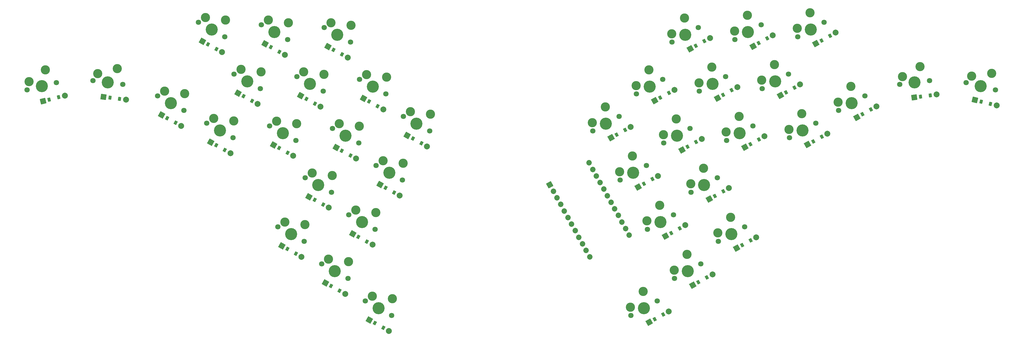
<source format=gbr>
%TF.GenerationSoftware,KiCad,Pcbnew,8.0.8-2.fc41*%
%TF.CreationDate,2025-01-20T23:34:32+01:00*%
%TF.ProjectId,laserraven_traced_and_silked_screws,6c617365-7272-4617-9665-6e5f74726163,1.0.0*%
%TF.SameCoordinates,Original*%
%TF.FileFunction,Soldermask,Top*%
%TF.FilePolarity,Negative*%
%FSLAX46Y46*%
G04 Gerber Fmt 4.6, Leading zero omitted, Abs format (unit mm)*
G04 Created by KiCad (PCBNEW 8.0.8-2.fc41) date 2025-01-20 23:34:32*
%MOMM*%
%LPD*%
G01*
G04 APERTURE LIST*
G04 Aperture macros list*
%AMRoundRect*
0 Rectangle with rounded corners*
0 $1 Rounding radius*
0 $2 $3 $4 $5 $6 $7 $8 $9 X,Y pos of 4 corners*
0 Add a 4 corners polygon primitive as box body*
4,1,4,$2,$3,$4,$5,$6,$7,$8,$9,$2,$3,0*
0 Add four circle primitives for the rounded corners*
1,1,$1+$1,$2,$3*
1,1,$1+$1,$4,$5*
1,1,$1+$1,$6,$7*
1,1,$1+$1,$8,$9*
0 Add four rect primitives between the rounded corners*
20,1,$1+$1,$2,$3,$4,$5,0*
20,1,$1+$1,$4,$5,$6,$7,0*
20,1,$1+$1,$6,$7,$8,$9,0*
20,1,$1+$1,$8,$9,$2,$3,0*%
G04 Aperture macros list end*
%ADD10C,1.801800*%
%ADD11C,3.100000*%
%ADD12C,4.087800*%
%ADD13RoundRect,0.050000X-1.208533X-0.346541X0.346541X-1.208533X1.208533X0.346541X-0.346541X1.208533X0*%
%ADD14RoundRect,0.050000X-0.684465X-0.306607X0.102693X-0.742936X0.684465X0.306607X-0.102693X0.742936X0*%
%ADD15C,2.005000*%
%ADD16RoundRect,0.050000X-0.346541X-1.208533X1.208533X-0.346541X0.346541X1.208533X-1.208533X0.346541X0*%
%ADD17RoundRect,0.050000X-0.102693X-0.742936X0.684465X-0.306607X0.102693X0.742936X-0.684465X0.306607X0*%
%ADD18RoundRect,0.050000X-0.997432X-0.765357X0.765357X-0.997432X0.997432X0.765357X-0.765357X0.997432X0*%
%ADD19RoundRect,0.050000X-0.524466X-0.536130X0.367834X-0.653604X0.524466X0.536130X-0.367834X0.653604X0*%
%ADD20RoundRect,0.050000X-0.647524X-1.077661X1.077661X-0.647524X0.647524X1.077661X-1.077661X0.647524X0*%
%ADD21RoundRect,0.050000X-0.291480X-0.691042X0.581786X-0.473313X0.291480X0.691042X-0.581786X0.473313X0*%
%ADD22RoundRect,0.050000X-1.191268X0.341591X-0.341591X-1.191268X1.191268X-0.341591X0.341591X1.191268X0*%
%ADD23C,1.852600*%
%ADD24RoundRect,0.050000X-0.765357X-0.997432X0.997432X-0.765357X0.765357X0.997432X-0.997432X0.765357X0*%
%ADD25RoundRect,0.050000X-0.367834X-0.653604X0.524466X-0.536130X0.367834X0.653604X-0.524466X0.536130X0*%
%ADD26RoundRect,0.050000X-1.077661X-0.647524X0.647524X-1.077661X1.077661X0.647524X-0.647524X1.077661X0*%
%ADD27RoundRect,0.050000X-0.581786X-0.473313X0.291480X-0.691042X0.581786X0.473313X-0.291480X0.691042X0*%
G04 APERTURE END LIST*
D10*
%TO.C,S12*%
X157206401Y-142760254D03*
D11*
X159548583Y-141154426D03*
D12*
X161649469Y-145223087D03*
D11*
X166333836Y-142011435D03*
D10*
X166092537Y-147685920D03*
%TD*%
D13*
%TO.C,D5*%
X116070049Y-147398503D03*
D14*
X117959228Y-148445692D03*
X120845474Y-150045564D03*
D15*
X122734653Y-151092753D03*
%TD*%
D16*
%TO.C,D22*%
X325192158Y-155590290D03*
D17*
X327081336Y-154543103D03*
X329967582Y-152943225D03*
D15*
X331856760Y-151896038D03*
%TD*%
D16*
%TO.C,D33*%
X251351963Y-179141602D03*
D17*
X253241141Y-178094415D03*
X256127387Y-176494537D03*
D15*
X258016565Y-175447350D03*
%TD*%
D10*
%TO.C,S3*%
X88930317Y-148361658D03*
D11*
X91272499Y-146755830D03*
D12*
X93373385Y-150824491D03*
D11*
X98057752Y-147612839D03*
D10*
X97816453Y-153287324D03*
%TD*%
D16*
%TO.C,D23*%
X308574388Y-164801671D03*
D17*
X310463566Y-163754484D03*
X313349812Y-162154606D03*
D15*
X315238990Y-161107419D03*
%TD*%
D10*
%TO.C,S11*%
X147995022Y-159378026D03*
D11*
X150337204Y-157772198D03*
D12*
X152438090Y-161840859D03*
D11*
X157122457Y-158629207D03*
D10*
X156881158Y-164303692D03*
%TD*%
%TO.C,S23*%
X302415717Y-162498708D03*
D11*
X302295065Y-159661467D03*
D12*
X306858783Y-160035875D03*
D11*
X306617484Y-154361390D03*
D10*
X311301849Y-157573042D03*
%TD*%
%TO.C,S5*%
X114759476Y-140955269D03*
D11*
X117101658Y-139349441D03*
D12*
X119202544Y-143418102D03*
D11*
X123886911Y-140206450D03*
D10*
X123645612Y-145880935D03*
%TD*%
D13*
%TO.C,D17*%
X130882835Y-199056818D03*
D14*
X132772014Y-200104007D03*
X135658260Y-201703879D03*
D15*
X137547439Y-202751068D03*
%TD*%
D10*
%TO.C,S13*%
X153559137Y-188530745D03*
D11*
X155901319Y-186924917D03*
D12*
X158002205Y-190993578D03*
D11*
X162686572Y-187781926D03*
D10*
X162445273Y-193456411D03*
%TD*%
%TO.C,S1*%
X44840389Y-146312888D03*
D11*
X45458186Y-143541098D03*
D12*
X49769491Y-145083926D03*
D11*
X51005077Y-139540342D03*
D10*
X54698593Y-143854964D03*
%TD*%
D13*
%TO.C,D19*%
X160433829Y-224126693D03*
D14*
X162323008Y-225173882D03*
X165209254Y-226773754D03*
D15*
X167098433Y-227820943D03*
%TD*%
D10*
%TO.C,S14*%
X162770514Y-171912970D03*
D11*
X165112696Y-170307142D03*
D12*
X167213582Y-174375803D03*
D11*
X171897949Y-171164151D03*
D10*
X171656650Y-176838636D03*
%TD*%
D16*
%TO.C,D25*%
X290151621Y-131566119D03*
D17*
X292040799Y-130518932D03*
X294927045Y-128919054D03*
D15*
X296816223Y-127871867D03*
%TD*%
D13*
%TO.C,D15*%
X173292481Y-161738433D03*
D14*
X175181660Y-162785622D03*
X178067906Y-164385494D03*
D15*
X179957085Y-165432683D03*
%TD*%
D13*
%TO.C,D18*%
X145658333Y-211591752D03*
D14*
X147547512Y-212638941D03*
X150433758Y-214238813D03*
D15*
X152322937Y-215286002D03*
%TD*%
D16*
%TO.C,D31*%
X256916079Y-149988889D03*
D17*
X258805257Y-148941702D03*
X261691503Y-147341824D03*
D15*
X263580681Y-146294637D03*
%TD*%
D13*
%TO.C,D11*%
X149305600Y-165821264D03*
D14*
X151194779Y-166868453D03*
X154081025Y-168468325D03*
D15*
X155970204Y-169515514D03*
%TD*%
D16*
%TO.C,D26*%
X287350922Y-165704165D03*
D17*
X289240100Y-164656978D03*
X292126346Y-163057100D03*
D15*
X294015524Y-162009913D03*
%TD*%
D10*
%TO.C,S27*%
X271980869Y-146783433D03*
D11*
X271860217Y-143946192D03*
D12*
X276423935Y-144320600D03*
D11*
X276182636Y-138646115D03*
D10*
X280867001Y-141857767D03*
%TD*%
%TO.C,S9*%
X145194319Y-125239993D03*
D11*
X147536501Y-123634165D03*
D12*
X149637387Y-127702826D03*
D11*
X154321754Y-124491174D03*
D10*
X154080455Y-130165659D03*
%TD*%
%TO.C,S37*%
X263616054Y-210074189D03*
D11*
X263495402Y-207236948D03*
D12*
X268059120Y-207611356D03*
D11*
X267817821Y-201936871D03*
D10*
X272502186Y-205148523D03*
%TD*%
%TO.C,S17*%
X129572256Y-192613584D03*
D11*
X131914438Y-191007756D03*
D12*
X134015324Y-195076417D03*
D11*
X138699691Y-191864765D03*
D10*
X138458392Y-197539250D03*
%TD*%
D16*
%TO.C,D27*%
X278139539Y-149086392D03*
D17*
X280028717Y-148039205D03*
X282914963Y-146439327D03*
D15*
X284804141Y-145392140D03*
%TD*%
D16*
%TO.C,D32*%
X260563342Y-195759372D03*
D17*
X262452520Y-194712185D03*
X265338766Y-193112307D03*
D15*
X267227944Y-192065120D03*
%TD*%
D10*
%TO.C,S7*%
X126771558Y-158475539D03*
D11*
X129113740Y-156869711D03*
D12*
X131214626Y-160938372D03*
D11*
X135898993Y-157726720D03*
D10*
X135657694Y-163401205D03*
%TD*%
%TO.C,S33*%
X245193288Y-176838637D03*
D11*
X245072636Y-174001396D03*
D12*
X249636354Y-174375804D03*
D11*
X249395055Y-168701319D03*
D10*
X254079420Y-171912971D03*
%TD*%
%TO.C,S21*%
X339697024Y-144478056D03*
D11*
X340624626Y-141794016D03*
D12*
X344733564Y-143814984D03*
D11*
X346588764Y-138446908D03*
D10*
X349770104Y-143151912D03*
%TD*%
%TO.C,S22*%
X319033491Y-153287326D03*
D11*
X318912839Y-150450085D03*
D12*
X323476557Y-150824493D03*
D11*
X323235258Y-145150008D03*
D10*
X327919623Y-148361660D03*
%TD*%
D13*
%TO.C,D7*%
X128082135Y-164918774D03*
D14*
X129971314Y-165965963D03*
X132857560Y-167565835D03*
D15*
X134746739Y-168613024D03*
%TD*%
D10*
%TO.C,S25*%
X283992952Y-129263161D03*
D11*
X283872300Y-126425920D03*
D12*
X288436018Y-126800328D03*
D11*
X288194719Y-121125843D03*
D10*
X292879084Y-124337495D03*
%TD*%
%TO.C,S6*%
X123970855Y-124337490D03*
D11*
X126313037Y-122731662D03*
D12*
X128413923Y-126800323D03*
D11*
X133098290Y-123588671D03*
D10*
X132856991Y-129263156D03*
%TD*%
%TO.C,S24*%
X293204332Y-145880931D03*
D11*
X293083680Y-143043690D03*
D12*
X297647398Y-143418098D03*
D11*
X297406099Y-137743613D03*
D10*
X302090464Y-140955265D03*
%TD*%
%TO.C,S10*%
X138783642Y-175995811D03*
D11*
X141125824Y-174389983D03*
D12*
X143226710Y-178458644D03*
D11*
X147911077Y-175246992D03*
D10*
X147669778Y-180921477D03*
%TD*%
D18*
%TO.C,D2*%
X70660677Y-148666478D03*
D19*
X72802196Y-148948417D03*
X76073968Y-149379149D03*
D15*
X78215487Y-149661088D03*
%TD*%
D10*
%TO.C,S29*%
X269180168Y-180921475D03*
D11*
X269059516Y-178084234D03*
D12*
X273623234Y-178458642D03*
D11*
X273381935Y-172784157D03*
D10*
X278066300Y-175995809D03*
%TD*%
D16*
%TO.C,D34*%
X242140580Y-162523824D03*
D17*
X244029758Y-161476637D03*
X246916004Y-159876759D03*
D15*
X248805182Y-158829572D03*
%TD*%
D16*
%TO.C,D38*%
X254999229Y-224912082D03*
D17*
X256888407Y-223864895D03*
X259774653Y-222265017D03*
D15*
X261663831Y-221217830D03*
%TD*%
D10*
%TO.C,S20*%
X362151348Y-143854969D03*
D11*
X363998106Y-141697658D03*
D12*
X367080450Y-145083931D03*
D11*
X370773962Y-140769310D03*
D10*
X372009552Y-146312893D03*
%TD*%
D13*
%TO.C,D8*%
X137293513Y-148300998D03*
D14*
X139182692Y-149348187D03*
X142068938Y-150948059D03*
D15*
X143958117Y-151995248D03*
%TD*%
D10*
%TO.C,S34*%
X235981904Y-160220864D03*
D11*
X235861252Y-157383623D03*
D12*
X240424970Y-157758031D03*
D11*
X240183671Y-152083546D03*
D10*
X244868036Y-155295198D03*
%TD*%
%TO.C,S4*%
X105548088Y-157573042D03*
D11*
X107890270Y-155967214D03*
D12*
X109991156Y-160035875D03*
D11*
X114675523Y-156824223D03*
D10*
X114434224Y-162498708D03*
%TD*%
D13*
%TO.C,D6*%
X125281435Y-130780731D03*
D14*
X127170614Y-131827920D03*
X130056860Y-133427792D03*
D15*
X131946039Y-134474981D03*
%TD*%
D13*
%TO.C,D3*%
X90240895Y-154804896D03*
D14*
X92130074Y-155852085D03*
X95016320Y-157451957D03*
D15*
X96905499Y-158499146D03*
%TD*%
D10*
%TO.C,S32*%
X254404672Y-193456410D03*
D11*
X254284020Y-190619169D03*
D12*
X258847738Y-190993577D03*
D11*
X258606439Y-185319092D03*
D10*
X263290804Y-188530744D03*
%TD*%
%TO.C,S16*%
X102747392Y-123434998D03*
D11*
X105089574Y-121829170D03*
D12*
X107190460Y-125897831D03*
D11*
X111874827Y-122686179D03*
D10*
X111633528Y-128360664D03*
%TD*%
D16*
%TO.C,D36*%
X284550224Y-199842213D03*
D17*
X286439402Y-198795026D03*
X289325648Y-197195148D03*
D15*
X291214826Y-196147961D03*
%TD*%
D13*
%TO.C,D9*%
X146504902Y-131683224D03*
D14*
X148394081Y-132730413D03*
X151280327Y-134330285D03*
D15*
X153169506Y-135377474D03*
%TD*%
D10*
%TO.C,S28*%
X262769486Y-130165658D03*
D11*
X262648834Y-127328417D03*
D12*
X267212552Y-127702825D03*
D11*
X266971253Y-122028340D03*
D10*
X271655618Y-125239992D03*
%TD*%
D13*
%TO.C,D12*%
X158516981Y-149203489D03*
D14*
X160406160Y-150250678D03*
X163292406Y-151850550D03*
D15*
X165181585Y-152897739D03*
%TD*%
D13*
%TO.C,D16*%
X104057969Y-129878234D03*
D14*
X105947148Y-130925423D03*
X108833394Y-132525295D03*
D15*
X110722573Y-133572484D03*
%TD*%
D13*
%TO.C,D13*%
X154869716Y-194973975D03*
D14*
X156758895Y-196021164D03*
X159645141Y-197621036D03*
D15*
X161534320Y-198668225D03*
%TD*%
D16*
%TO.C,D24*%
X299363006Y-148183896D03*
D17*
X301252184Y-147136709D03*
X304138430Y-145536831D03*
D15*
X306027608Y-144489644D03*
%TD*%
D10*
%TO.C,S26*%
X281192253Y-163401204D03*
D11*
X281071601Y-160563963D03*
D12*
X285635319Y-160938371D03*
D11*
X285394020Y-155263886D03*
D10*
X290078385Y-158475538D03*
%TD*%
%TO.C,S19*%
X159123256Y-217683460D03*
D11*
X161465438Y-216077632D03*
D12*
X163566324Y-220146293D03*
D11*
X168250691Y-216934641D03*
D10*
X168009392Y-222609126D03*
%TD*%
D16*
%TO.C,D28*%
X268928157Y-132468618D03*
D17*
X270817335Y-131421431D03*
X273703581Y-129821553D03*
D15*
X275592759Y-128774366D03*
%TD*%
D10*
%TO.C,S30*%
X259968787Y-164303700D03*
D11*
X259848135Y-161466459D03*
D12*
X264411853Y-161840867D03*
D11*
X264170554Y-156166382D03*
D10*
X268854919Y-159378034D03*
%TD*%
D20*
%TO.C,D1*%
X50193164Y-150131367D03*
D21*
X52289001Y-149608815D03*
X55490981Y-148810475D03*
D15*
X57586818Y-148287923D03*
%TD*%
D16*
%TO.C,D35*%
X311375089Y-130663627D03*
D17*
X313264267Y-129616440D03*
X316150513Y-128016562D03*
D15*
X318039691Y-126969375D03*
%TD*%
D10*
%TO.C,S35*%
X305216419Y-128360659D03*
D11*
X305095767Y-125523418D03*
D12*
X309659485Y-125897826D03*
D11*
X309418186Y-120223341D03*
D10*
X314102551Y-123434993D03*
%TD*%
%TO.C,S15*%
X171981902Y-155295196D03*
D11*
X174324084Y-153689368D03*
D12*
X176424970Y-157758029D03*
D11*
X181109337Y-154546377D03*
D10*
X180868038Y-160220862D03*
%TD*%
D22*
%TO.C,MCU1*%
X221423463Y-178386551D03*
D23*
X222654880Y-180608086D03*
X223886295Y-182829619D03*
X225117714Y-185051154D03*
X226349129Y-187272685D03*
X227580546Y-189494220D03*
X228811962Y-191715754D03*
X230043378Y-193937289D03*
X231274795Y-196158822D03*
X232506210Y-198380358D03*
X233737628Y-200601892D03*
X234969044Y-202823426D03*
X234752668Y-170998052D03*
X235984084Y-173219586D03*
X237215502Y-175441120D03*
X238446917Y-177662656D03*
X239678334Y-179884189D03*
X240909750Y-182105724D03*
X242141166Y-184327258D03*
X243372583Y-186548793D03*
X244603998Y-188770324D03*
X245835417Y-190991859D03*
X247066832Y-193213392D03*
X248298249Y-195434927D03*
%TD*%
D10*
%TO.C,S2*%
X67079838Y-143151913D03*
D11*
X68670511Y-140799410D03*
D12*
X72116378Y-143814985D03*
D11*
X75297723Y-139109981D03*
D10*
X77152918Y-144478057D03*
%TD*%
D13*
%TO.C,D10*%
X140094219Y-182439047D03*
D14*
X141983398Y-183486236D03*
X144869644Y-185086108D03*
D15*
X146758823Y-186133297D03*
%TD*%
D24*
%TO.C,D21*%
X344583123Y-148877932D03*
D25*
X346724641Y-148595994D03*
X349996415Y-148165260D03*
D15*
X352137933Y-147883322D03*
%TD*%
D10*
%TO.C,S38*%
X248840560Y-222609124D03*
D11*
X248719908Y-219771883D03*
D12*
X253283626Y-220146291D03*
D11*
X253042327Y-214471806D03*
D10*
X257726692Y-217683458D03*
%TD*%
%TO.C,S8*%
X135982938Y-141857763D03*
D11*
X138325120Y-140251935D03*
D12*
X140426006Y-144320596D03*
D11*
X145110373Y-141108944D03*
D10*
X144869074Y-146783429D03*
%TD*%
%TO.C,S31*%
X250757401Y-147685926D03*
D11*
X250636749Y-144848685D03*
D12*
X255200467Y-145223093D03*
D11*
X254959168Y-139548608D03*
D10*
X259643533Y-142760260D03*
%TD*%
D13*
%TO.C,D4*%
X106858669Y-164016275D03*
D14*
X108747848Y-165063464D03*
X111634094Y-166663336D03*
D15*
X113523273Y-167710525D03*
%TD*%
D16*
%TO.C,D29*%
X275338843Y-183224439D03*
D17*
X277228021Y-182177252D03*
X280114267Y-180577374D03*
D15*
X282003445Y-179530187D03*
%TD*%
D16*
%TO.C,D37*%
X269774728Y-212377146D03*
D17*
X271663906Y-211329959D03*
X274550152Y-209730081D03*
D15*
X276439330Y-208682894D03*
%TD*%
D10*
%TO.C,S18*%
X144347752Y-205148519D03*
D11*
X146689934Y-203542691D03*
D12*
X148790820Y-207611352D03*
D11*
X153475187Y-204399700D03*
D10*
X153233888Y-210074185D03*
%TD*%
D13*
%TO.C,D14*%
X164081096Y-178356202D03*
D14*
X165970275Y-179403391D03*
X168856521Y-181003263D03*
D15*
X170745700Y-182050452D03*
%TD*%
D26*
%TO.C,D20*%
X365084899Y-149739452D03*
D27*
X367180737Y-150262004D03*
X370382715Y-151060344D03*
D15*
X372478553Y-151582896D03*
%TD*%
D16*
%TO.C,D30*%
X266127457Y-166606664D03*
D17*
X268016635Y-165559477D03*
X270902881Y-163959599D03*
D15*
X272792059Y-162912412D03*
%TD*%
D10*
%TO.C,S36*%
X278391551Y-197539248D03*
D11*
X278270899Y-194702007D03*
D12*
X282834617Y-195076415D03*
D11*
X282593318Y-189401930D03*
D10*
X287277683Y-192613582D03*
%TD*%
M02*

</source>
